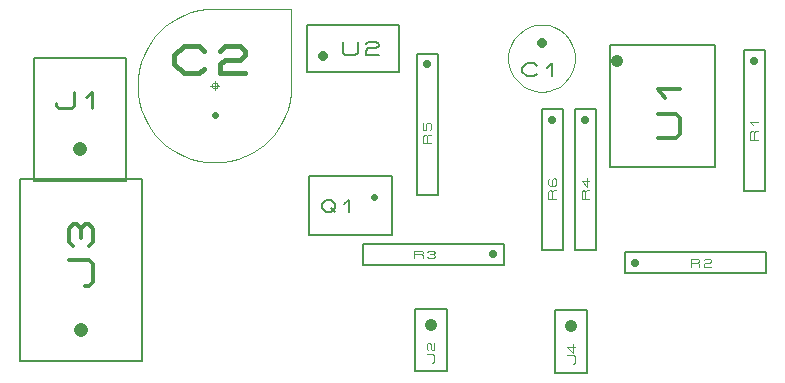
<source format=gbr>
G04 PROTEUS GERBER X2 FILE*
%TF.GenerationSoftware,Labcenter,Proteus,8.13-SP0-Build31525*%
%TF.CreationDate,2025-01-17T15:38:28+00:00*%
%TF.FileFunction,AssemblyDrawing,Top*%
%TF.FilePolarity,Positive*%
%TF.Part,Single*%
%TF.SameCoordinates,{73f3b6ee-04d2-4b7e-bada-d99319bd8aaf}*%
%FSLAX45Y45*%
%MOMM*%
G01*
%TA.AperFunction,Material*%
%ADD27C,0.203200*%
%ADD37C,1.016000*%
%ADD38C,0.305810*%
%ADD39C,0.812800*%
%ADD40C,0.194730*%
%ADD41C,0.050800*%
%ADD42C,0.184240*%
%ADD43C,1.219200*%
%ADD44C,0.229610*%
%ADD45C,0.331890*%
%ADD46C,0.711200*%
%ADD47C,0.110230*%
%ADD48C,0.106680*%
%ADD49C,0.609600*%
%ADD50C,0.168480*%
%ADD51C,0.050000*%
%ADD52C,0.632000*%
%ADD53C,0.382540*%
%TD.AperFunction*%
D27*
X+5216500Y+1890840D02*
X+6105500Y+1890840D01*
X+6105500Y+2927160D01*
X+5216500Y+2927160D01*
X+5216500Y+1890840D01*
D37*
X+5280000Y+2790000D02*
X+5280000Y+2790000D01*
D38*
X+5626406Y+2133766D02*
X+5779314Y+2133766D01*
X+5809895Y+2168170D01*
X+5809895Y+2305787D01*
X+5779314Y+2340191D01*
X+5626406Y+2340191D01*
X+5687569Y+2477808D02*
X+5626406Y+2546617D01*
X+5809895Y+2546617D01*
D27*
X+2648840Y+2692840D02*
X+3431160Y+2692840D01*
X+3431160Y+3094160D01*
X+2648840Y+3094160D01*
X+2648840Y+2692840D01*
D39*
X+2786000Y+2830000D02*
X+2786000Y+2830000D01*
D40*
X+2953641Y+2951920D02*
X+2953641Y+2854553D01*
X+2975548Y+2835080D01*
X+3063177Y+2835080D01*
X+3085085Y+2854553D01*
X+3085085Y+2951920D01*
X+3150807Y+2932447D02*
X+3172714Y+2951920D01*
X+3238436Y+2951920D01*
X+3260344Y+2932447D01*
X+3260344Y+2912973D01*
X+3238436Y+2893500D01*
X+3172714Y+2893500D01*
X+3150807Y+2874027D01*
X+3150807Y+2835080D01*
X+3260344Y+2835080D01*
D41*
X+4923980Y+2812080D02*
X+4923062Y+2834894D01*
X+4915609Y+2880523D01*
X+4900062Y+2926152D01*
X+4874820Y+2971781D01*
X+4836278Y+3017311D01*
X+4790649Y+3052807D01*
X+4745020Y+3075927D01*
X+4699391Y+3089780D01*
X+4653762Y+3095726D01*
X+4640000Y+3096060D01*
X+4356020Y+2812080D02*
X+4356938Y+2834894D01*
X+4364391Y+2880523D01*
X+4379938Y+2926152D01*
X+4405180Y+2971781D01*
X+4443722Y+3017311D01*
X+4489351Y+3052807D01*
X+4534980Y+3075927D01*
X+4580609Y+3089780D01*
X+4626238Y+3095726D01*
X+4640000Y+3096060D01*
X+4356020Y+2812080D02*
X+4356938Y+2789266D01*
X+4364391Y+2743637D01*
X+4379938Y+2698008D01*
X+4405180Y+2652379D01*
X+4443722Y+2606849D01*
X+4489351Y+2571353D01*
X+4534980Y+2548233D01*
X+4580609Y+2534380D01*
X+4626238Y+2528434D01*
X+4640000Y+2528100D01*
X+4923980Y+2812080D02*
X+4923062Y+2789266D01*
X+4915609Y+2743637D01*
X+4900062Y+2698008D01*
X+4874820Y+2652379D01*
X+4836278Y+2606849D01*
X+4790649Y+2571353D01*
X+4745020Y+2548233D01*
X+4699391Y+2534380D01*
X+4653762Y+2528434D01*
X+4640000Y+2528100D01*
D39*
X+4640000Y+2940000D02*
X+4640000Y+2940000D01*
D42*
X+4598546Y+2675612D02*
X+4577819Y+2657188D01*
X+4515638Y+2657188D01*
X+4474184Y+2694036D01*
X+4474184Y+2730884D01*
X+4515638Y+2767732D01*
X+4577819Y+2767732D01*
X+4598546Y+2749308D01*
X+4681454Y+2730884D02*
X+4722908Y+2767732D01*
X+4722908Y+2657188D01*
D27*
X+338840Y+1775460D02*
X+1121160Y+1775460D01*
X+1121160Y+2811780D01*
X+338840Y+2811780D01*
X+338840Y+1775460D01*
D43*
X+730000Y+2039620D02*
X+730000Y+2039620D01*
D44*
X+523346Y+2433218D02*
X+523346Y+2410256D01*
X+549177Y+2387295D01*
X+652504Y+2387295D01*
X+678336Y+2410256D01*
X+678336Y+2525064D01*
X+781663Y+2479141D02*
X+833327Y+2525064D01*
X+833327Y+2387295D01*
D27*
X+221840Y+245840D02*
X+1258160Y+245840D01*
X+1258160Y+1790160D01*
X+221840Y+1790160D01*
X+221840Y+245840D01*
D43*
X+740000Y+510000D02*
X+740000Y+510000D01*
D45*
X+773189Y+881857D02*
X+806379Y+881857D01*
X+839568Y+919194D01*
X+839568Y+1068546D01*
X+806379Y+1105884D01*
X+640432Y+1105884D01*
X+673621Y+1217897D02*
X+640432Y+1255235D01*
X+640432Y+1367249D01*
X+673621Y+1404587D01*
X+706811Y+1404587D01*
X+740000Y+1367249D01*
X+773189Y+1404587D01*
X+806379Y+1404587D01*
X+839568Y+1367249D01*
X+839568Y+1255235D01*
X+806379Y+1217897D01*
X+740000Y+1292573D02*
X+740000Y+1367249D01*
D27*
X+6351100Y+1685100D02*
X+6528900Y+1685100D01*
X+6528900Y+2878900D01*
X+6351100Y+2878900D01*
X+6351100Y+1685100D01*
D46*
X+6440000Y+2790000D02*
X+6440000Y+2790000D01*
D47*
X+6473071Y+2120558D02*
X+6406930Y+2120558D01*
X+6406930Y+2182565D01*
X+6417953Y+2194967D01*
X+6428977Y+2194967D01*
X+6440000Y+2182565D01*
X+6440000Y+2120558D01*
X+6440000Y+2182565D02*
X+6451024Y+2194967D01*
X+6473071Y+2194967D01*
X+6428977Y+2244573D02*
X+6406930Y+2269376D01*
X+6473071Y+2269376D01*
D27*
X+5341100Y+991100D02*
X+6534900Y+991100D01*
X+6534900Y+1168900D01*
X+5341100Y+1168900D01*
X+5341100Y+991100D01*
D46*
X+5430000Y+1080000D02*
X+5430000Y+1080000D01*
D47*
X+5901018Y+1046929D02*
X+5901018Y+1113070D01*
X+5963025Y+1113070D01*
X+5975427Y+1102047D01*
X+5975427Y+1091023D01*
X+5963025Y+1080000D01*
X+5901018Y+1080000D01*
X+5963025Y+1080000D02*
X+5975427Y+1068976D01*
X+5975427Y+1046929D01*
X+6012631Y+1102047D02*
X+6025033Y+1113070D01*
X+6062237Y+1113070D01*
X+6074639Y+1102047D01*
X+6074639Y+1091023D01*
X+6062237Y+1080000D01*
X+6025033Y+1080000D01*
X+6012631Y+1068976D01*
X+6012631Y+1046929D01*
X+6074639Y+1046929D01*
D27*
X+3125100Y+1061100D02*
X+4318900Y+1061100D01*
X+4318900Y+1238900D01*
X+3125100Y+1238900D01*
X+3125100Y+1061100D01*
D46*
X+4230000Y+1150000D02*
X+4230000Y+1150000D01*
D47*
X+3560558Y+1116929D02*
X+3560558Y+1183070D01*
X+3622565Y+1183070D01*
X+3634967Y+1172047D01*
X+3634967Y+1161023D01*
X+3622565Y+1150000D01*
X+3560558Y+1150000D01*
X+3622565Y+1150000D02*
X+3634967Y+1138976D01*
X+3634967Y+1116929D01*
X+3672171Y+1172047D02*
X+3684573Y+1183070D01*
X+3721777Y+1183070D01*
X+3734179Y+1172047D01*
X+3734179Y+1161023D01*
X+3721777Y+1150000D01*
X+3734179Y+1138976D01*
X+3734179Y+1127952D01*
X+3721777Y+1116929D01*
X+3684573Y+1116929D01*
X+3672171Y+1127952D01*
X+3696974Y+1150000D02*
X+3721777Y+1150000D01*
D27*
X+4921100Y+1185100D02*
X+5098900Y+1185100D01*
X+5098900Y+2378900D01*
X+4921100Y+2378900D01*
X+4921100Y+1185100D01*
D46*
X+5010000Y+2290000D02*
X+5010000Y+2290000D01*
D47*
X+5043071Y+1620558D02*
X+4976930Y+1620558D01*
X+4976930Y+1682565D01*
X+4987953Y+1694967D01*
X+4998977Y+1694967D01*
X+5010000Y+1682565D01*
X+5010000Y+1620558D01*
X+5010000Y+1682565D02*
X+5021024Y+1694967D01*
X+5043071Y+1694967D01*
X+5021024Y+1794179D02*
X+5021024Y+1719770D01*
X+4976930Y+1769376D01*
X+5043071Y+1769376D01*
D27*
X+3581100Y+1655100D02*
X+3758900Y+1655100D01*
X+3758900Y+2848900D01*
X+3581100Y+2848900D01*
X+3581100Y+1655100D01*
D46*
X+3670000Y+2760000D02*
X+3670000Y+2760000D01*
D47*
X+3703071Y+2090558D02*
X+3636930Y+2090558D01*
X+3636930Y+2152565D01*
X+3647953Y+2164967D01*
X+3658977Y+2164967D01*
X+3670000Y+2152565D01*
X+3670000Y+2090558D01*
X+3670000Y+2152565D02*
X+3681024Y+2164967D01*
X+3703071Y+2164967D01*
X+3636930Y+2264179D02*
X+3636930Y+2202171D01*
X+3658977Y+2202171D01*
X+3658977Y+2251777D01*
X+3670000Y+2264179D01*
X+3692048Y+2264179D01*
X+3703071Y+2251777D01*
X+3703071Y+2214573D01*
X+3692048Y+2202171D01*
D27*
X+4752840Y+148840D02*
X+5027160Y+148840D01*
X+5027160Y+677160D01*
X+4752840Y+677160D01*
X+4752840Y+148840D01*
D37*
X+4890000Y+540000D02*
X+4890000Y+540000D01*
D48*
X+4900668Y+223008D02*
X+4911336Y+223008D01*
X+4922004Y+235009D01*
X+4922004Y+283015D01*
X+4911336Y+295017D01*
X+4857996Y+295017D01*
X+4900668Y+391029D02*
X+4900668Y+319020D01*
X+4857996Y+367026D01*
X+4922004Y+367026D01*
D27*
X+4641100Y+1185100D02*
X+4818900Y+1185100D01*
X+4818900Y+2378900D01*
X+4641100Y+2378900D01*
X+4641100Y+1185100D01*
D46*
X+4730000Y+2290000D02*
X+4730000Y+2290000D01*
D47*
X+4763071Y+1620558D02*
X+4696930Y+1620558D01*
X+4696930Y+1682565D01*
X+4707953Y+1694967D01*
X+4718977Y+1694967D01*
X+4730000Y+1682565D01*
X+4730000Y+1620558D01*
X+4730000Y+1682565D02*
X+4741024Y+1694967D01*
X+4763071Y+1694967D01*
X+4707953Y+1794179D02*
X+4696930Y+1781777D01*
X+4696930Y+1744573D01*
X+4707953Y+1732171D01*
X+4752048Y+1732171D01*
X+4763071Y+1744573D01*
X+4763071Y+1781777D01*
X+4752048Y+1794179D01*
X+4741024Y+1794179D01*
X+4730000Y+1781777D01*
X+4730000Y+1732171D01*
D27*
X+3562840Y+158840D02*
X+3837160Y+158840D01*
X+3837160Y+687160D01*
X+3562840Y+687160D01*
X+3562840Y+158840D01*
D37*
X+3700000Y+550000D02*
X+3700000Y+550000D01*
D48*
X+3710668Y+233008D02*
X+3721336Y+233008D01*
X+3732004Y+245009D01*
X+3732004Y+293015D01*
X+3721336Y+305017D01*
X+3667996Y+305017D01*
X+3678664Y+341021D02*
X+3667996Y+353023D01*
X+3667996Y+389027D01*
X+3678664Y+401029D01*
X+3689332Y+401029D01*
X+3700000Y+389027D01*
X+3700000Y+353023D01*
X+3710668Y+341021D01*
X+3732004Y+341021D01*
X+3732004Y+401029D01*
D27*
X+2666940Y+1312340D02*
X+3373060Y+1312340D01*
X+3373060Y+1815260D01*
X+2666940Y+1815260D01*
X+2666940Y+1312340D01*
D49*
X+3223200Y+1640000D02*
X+3223200Y+1640000D01*
D50*
X+2778193Y+1580648D02*
X+2816102Y+1614345D01*
X+2854011Y+1614345D01*
X+2891920Y+1580648D01*
X+2891920Y+1546951D01*
X+2854011Y+1513254D01*
X+2816102Y+1513254D01*
X+2778193Y+1546951D01*
X+2778193Y+1580648D01*
X+2854011Y+1546951D02*
X+2891920Y+1513254D01*
X+2967739Y+1580648D02*
X+3005648Y+1614345D01*
X+3005648Y+1513254D01*
D51*
X+1895000Y+2580000D02*
X+1894914Y+2582076D01*
X+1894212Y+2586229D01*
X+1892742Y+2590382D01*
X+1890340Y+2594535D01*
X+1886667Y+2598634D01*
X+1882514Y+2601643D01*
X+1878361Y+2603560D01*
X+1874208Y+2604643D01*
X+1870055Y+2605000D01*
X+1870000Y+2605000D01*
X+1845000Y+2580000D02*
X+1845086Y+2582076D01*
X+1845788Y+2586229D01*
X+1847258Y+2590382D01*
X+1849660Y+2594535D01*
X+1853333Y+2598634D01*
X+1857486Y+2601643D01*
X+1861639Y+2603560D01*
X+1865792Y+2604643D01*
X+1869945Y+2605000D01*
X+1870000Y+2605000D01*
X+1845000Y+2580000D02*
X+1845086Y+2577924D01*
X+1845788Y+2573771D01*
X+1847258Y+2569618D01*
X+1849660Y+2565465D01*
X+1853333Y+2561366D01*
X+1857486Y+2558357D01*
X+1861639Y+2556440D01*
X+1865792Y+2555357D01*
X+1869945Y+2555000D01*
X+1870000Y+2555000D01*
X+1895000Y+2580000D02*
X+1894914Y+2577924D01*
X+1894212Y+2573771D01*
X+1892742Y+2569618D01*
X+1890340Y+2565465D01*
X+1886667Y+2561366D01*
X+1882514Y+2558357D01*
X+1878361Y+2556440D01*
X+1874208Y+2555357D01*
X+1870055Y+2555000D01*
X+1870000Y+2555000D01*
X+1870000Y+2545000D02*
X+1870000Y+2615000D01*
X+1905000Y+2580000D02*
X+1835000Y+2580000D01*
X+2520000Y+3230000D02*
X+1870000Y+3230000D01*
X+1802447Y+3226717D01*
X+1737096Y+3217067D01*
X+1674244Y+3201346D01*
X+1614190Y+3179854D01*
X+1557229Y+3152886D01*
X+1503661Y+3120741D01*
X+1453782Y+3083716D01*
X+1407891Y+3042109D01*
X+1366284Y+2996218D01*
X+1329259Y+2946339D01*
X+1297114Y+2892771D01*
X+1270147Y+2835811D01*
X+1248654Y+2775756D01*
X+1232933Y+2712904D01*
X+1223283Y+2647553D01*
X+1220000Y+2580000D01*
X+1223283Y+2512447D01*
X+1232933Y+2447096D01*
X+1248654Y+2384244D01*
X+1270147Y+2324189D01*
X+1297114Y+2267229D01*
X+1329259Y+2213661D01*
X+1366284Y+2163782D01*
X+1407891Y+2117891D01*
X+1453782Y+2076284D01*
X+1503661Y+2039259D01*
X+1557229Y+2007114D01*
X+1614190Y+1980146D01*
X+1674244Y+1958654D01*
X+1737096Y+1942933D01*
X+1802447Y+1933283D01*
X+1870000Y+1930000D01*
X+1937553Y+1933283D01*
X+2002904Y+1942933D01*
X+2065756Y+1958654D01*
X+2125810Y+1980146D01*
X+2182771Y+2007114D01*
X+2236339Y+2039259D01*
X+2286218Y+2076284D01*
X+2332109Y+2117891D01*
X+2373716Y+2163782D01*
X+2410741Y+2213661D01*
X+2442886Y+2267229D01*
X+2469853Y+2324189D01*
X+2491346Y+2384244D01*
X+2507067Y+2447096D01*
X+2516717Y+2512447D01*
X+2520000Y+2580000D01*
X+2520000Y+3230000D01*
D52*
X+1870000Y+2330000D02*
X+1870000Y+2330000D01*
D53*
X+1783926Y+2720540D02*
X+1740889Y+2682285D01*
X+1611779Y+2682285D01*
X+1525706Y+2758795D01*
X+1525706Y+2835305D01*
X+1611779Y+2911815D01*
X+1740889Y+2911815D01*
X+1783926Y+2873560D01*
X+1913036Y+2873560D02*
X+1956073Y+2911815D01*
X+2085183Y+2911815D01*
X+2128220Y+2873560D01*
X+2128220Y+2835305D01*
X+2085183Y+2797050D01*
X+1956073Y+2797050D01*
X+1913036Y+2758795D01*
X+1913036Y+2682285D01*
X+2128220Y+2682285D01*
M02*

</source>
